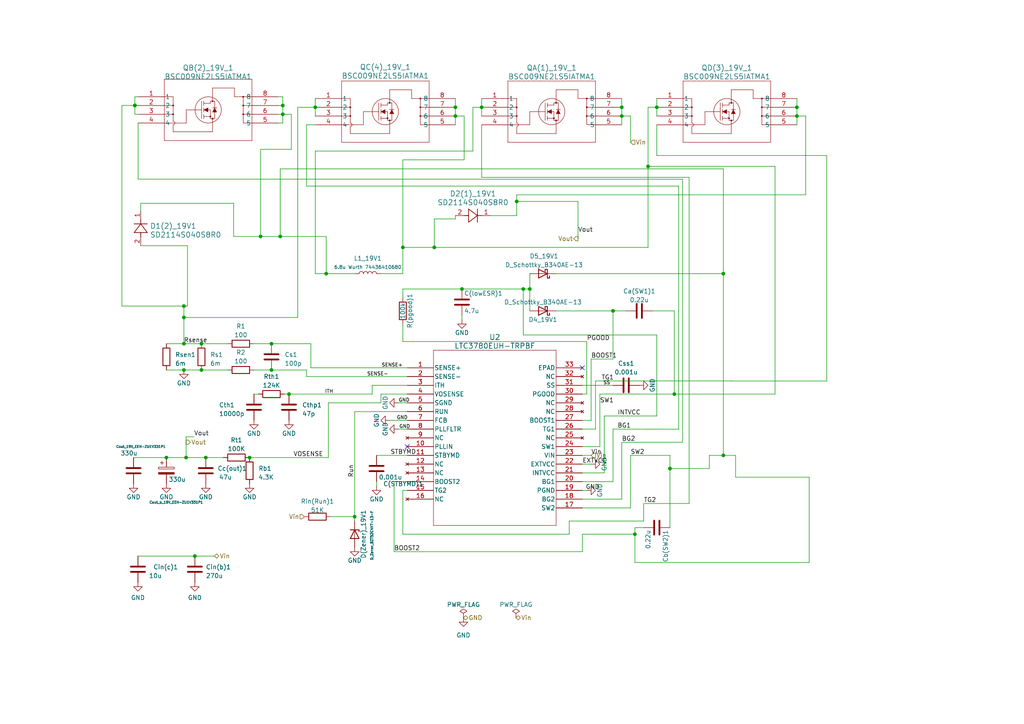
<source format=kicad_sch>
(kicad_sch (version 20230121) (generator eeschema)
  (paper "A4")
  (lib_symbols
    (symbol "2023-03-29_08-40-25:LTC3780EUH-TRPBF" (pin_names (offset 0.254))
      (property "Reference" "U" (at 25.4 10.16 0))
      (property "Value" "LTC3780EUH-TRPBF" (at 25.4 7.62 0))
      (symbol "LTC3780EUH-TRPBF_0_1"
        (polyline (pts (xy 7.62 -45.72) (xy 43.18 -45.72)) (stroke (width 0.127)))
        (polyline (pts (xy 7.62 5.08) (xy 7.62 -45.72)) (stroke (width 0.127)))
        (polyline (pts (xy 43.18 -45.72) (xy 43.18 5.08)) (stroke (width 0.127)))
        (polyline (pts (xy 43.18 5.08) (xy 7.62 5.08)) (stroke (width 0.127)))
        (pin input line (at 0 0 0) (length 7.62) (name "SENSE+") (number "1"))
        (pin input line (at 0 -22.86 0) (length 7.62) (name "PLLIN") (number "10"))
        (pin unspecified line (at 0 -25.4 0) (length 7.62) (name "STBYMD") (number "11"))
        (pin no_connect line (at 0 -27.94 0) (length 7.62) (name "NC") (number "12"))
        (pin no_connect line (at 0 -30.48 0) (length 7.62) (name "NC") (number "13"))
        (pin unspecified line (at 0 -33.02 0) (length 7.62) (name "BOOST2") (number "14"))
        (pin unspecified line (at 0 -35.56 0) (length 7.62) (name "TG2") (number "15"))
        (pin no_connect line (at 0 -38.1 0) (length 7.62) (name "NC") (number "16"))
        (pin unspecified line (at 50.8 -40.64 180) (length 7.62) (name "SW2") (number "17"))
        (pin unspecified line (at 50.8 -38.1 180) (length 7.62) (name "BG2") (number "18"))
        (pin power_in line (at 50.8 -35.56 180) (length 7.62) (name "PGND") (number "19"))
        (pin input line (at 0 -2.54 0) (length 7.62) (name "SENSE-") (number "2"))
        (pin unspecified line (at 50.8 -33.02 180) (length 7.62) (name "BG1") (number "20"))
        (pin output line (at 50.8 -30.48 180) (length 7.62) (name "INTVCC") (number "21"))
        (pin input line (at 50.8 -27.94 180) (length 7.62) (name "EXTVCC") (number "22"))
        (pin input line (at 50.8 -25.4 180) (length 7.62) (name "VIN") (number "23"))
        (pin unspecified line (at 50.8 -22.86 180) (length 7.62) (name "SW1") (number "24"))
        (pin no_connect line (at 50.8 -20.32 180) (length 7.62) (name "NC") (number "25"))
        (pin unspecified line (at 50.8 -17.78 180) (length 7.62) (name "TG1") (number "26"))
        (pin unspecified line (at 50.8 -15.24 180) (length 7.62) (name "BOOST1") (number "27"))
        (pin no_connect line (at 50.8 -12.7 180) (length 7.62) (name "NC") (number "28"))
        (pin no_connect line (at 50.8 -10.16 180) (length 7.62) (name "NC") (number "29"))
        (pin unspecified line (at 0 -5.08 0) (length 7.62) (name "ITH") (number "3"))
        (pin output line (at 50.8 -7.62 180) (length 7.62) (name "PGOOD") (number "30"))
        (pin input line (at 50.8 -5.08 180) (length 7.62) (name "SS") (number "31"))
        (pin no_connect line (at 50.8 -2.54 180) (length 7.62) (name "NC") (number "32"))
        (pin unspecified line (at 50.8 0 180) (length 7.62) (name "EPAD") (number "33"))
        (pin input line (at 0 -7.62 0) (length 7.62) (name "VOSENSE") (number "4"))
        (pin power_in line (at 0 -10.16 0) (length 7.62) (name "SGND") (number "5"))
        (pin input line (at 0 -12.7 0) (length 7.62) (name "RUN") (number "6"))
        (pin input line (at 0 -15.24 0) (length 7.62) (name "FCB") (number "7"))
        (pin unspecified line (at 0 -17.78 0) (length 7.62) (name "PLLFLTR") (number "8"))
        (pin no_connect line (at 0 -20.32 0) (length 7.62) (name "NC") (number "9"))
      )
    )
    (symbol "Device:C" (pin_numbers hide) (pin_names (offset 0.254))
      (property "Reference" "C" (at 0.635 2.54 0))
      (property "Value" "C" (at 0.635 -2.54 0))
      (symbol "C_0_1"
        (polyline (pts (xy -2.032 -0.762) (xy 2.032 -0.762)) (stroke (width 0.508)))
        (polyline (pts (xy -2.032 0.762) (xy 2.032 0.762)) (stroke (width 0.508)))
      )
      (symbol "C_1_1"
        (pin passive line (at 0 3.81 270) (length 2.794) (name "~") (number "1"))
        (pin passive line (at 0 -3.81 90) (length 2.794) (name "~") (number "2"))
      )
    )
    (symbol "Device:C_Polarized" (pin_numbers hide) (pin_names (offset 0.254))
      (property "Reference" "C" (at 0.635 2.54 0))
      (property "Value" "C_Polarized" (at 0.635 -2.54 0))
      (symbol "C_Polarized_0_1"
        (rectangle (start -2.286 0.508) (end 2.286 1.016))
        (polyline (pts (xy -1.778 2.286) (xy -0.762 2.286)))
        (polyline (pts (xy -1.27 2.794) (xy -1.27 1.778)))
        (rectangle (start 2.286 -0.508) (end -2.286 -1.016) (fill (type outline)))
      )
      (symbol "C_Polarized_1_1"
        (pin passive line (at 0 3.81 270) (length 2.794) (name "~") (number "1"))
        (pin passive line (at 0 -3.81 90) (length 2.794) (name "~") (number "2"))
      )
    )
    (symbol "Device:D_Schottky" (pin_numbers hide) (pin_names (offset 1.016) hide)
      (property "Reference" "D" (at 0 2.54 0))
      (property "Value" "D_Schottky" (at 0 -2.54 0))
      (symbol "D_Schottky_0_1"
        (polyline (pts (xy 1.27 0) (xy -1.27 0)))
        (polyline (pts (xy 1.27 1.27) (xy 1.27 -1.27) (xy -1.27 0) (xy 1.27 1.27)) (stroke (width 0.254)))
        (polyline (pts (xy -1.905 0.635) (xy -1.905 1.27) (xy -1.27 1.27) (xy -1.27 -1.27) (xy -0.635 -1.27) (xy -0.635 -0.635)) (stroke (width 0.254)))
      )
      (symbol "D_Schottky_1_1"
        (pin passive line (at -3.81 0 0) (length 2.54) (name "K") (number "1"))
        (pin passive line (at 3.81 0 180) (length 2.54) (name "A") (number "2"))
      )
    )
    (symbol "Device:D_Zener" (pin_numbers hide) (pin_names (offset 1.016) hide)
      (property "Reference" "D" (at 0 2.54 0))
      (property "Value" "D_Zener" (at 0 -2.54 0))
      (symbol "D_Zener_0_1"
        (polyline (pts (xy 1.27 0) (xy -1.27 0)))
        (polyline (pts (xy -1.27 -1.27) (xy -1.27 1.27) (xy -0.762 1.27)) (stroke (width 0.254)))
        (polyline (pts (xy 1.27 -1.27) (xy 1.27 1.27) (xy -1.27 0) (xy 1.27 -1.27)) (stroke (width 0.254)))
      )
      (symbol "D_Zener_1_1"
        (pin passive line (at -3.81 0 0) (length 2.54) (name "K") (number "1"))
        (pin passive line (at 3.81 0 180) (length 2.54) (name "A") (number "2"))
      )
    )
    (symbol "Device:L" (pin_numbers hide) (pin_names (offset 1.016) hide)
      (property "Reference" "L" (at -1.27 0 90))
      (property "Value" "L" (at 1.905 0 90))
      (symbol "L_0_1"
        (arc (start 0 -2.54) (mid 0.6323 -1.905) (end 0 -1.27))
        (arc (start 0 -1.27) (mid 0.6323 -0.635) (end 0 0))
        (arc (start 0 0) (mid 0.6323 0.635) (end 0 1.27))
        (arc (start 0 1.27) (mid 0.6323 1.905) (end 0 2.54))
      )
      (symbol "L_1_1"
        (pin passive line (at 0 3.81 270) (length 1.27) (name "1") (number "1"))
        (pin passive line (at 0 -3.81 90) (length 1.27) (name "2") (number "2"))
      )
    )
    (symbol "Device:R" (pin_numbers hide) (pin_names (offset 0))
      (property "Reference" "R" (at 2.032 0 90))
      (property "Value" "R" (at 0 0 90))
      (symbol "R_0_1"
        (rectangle (start -1.016 -2.54) (end 1.016 2.54) (stroke (width 0.254)))
      )
      (symbol "R_1_1"
        (pin passive line (at 0 3.81 270) (length 1.27) (name "~") (number "1"))
        (pin passive line (at 0 -3.81 90) (length 1.27) (name "~") (number "2"))
      )
    )
    (symbol "Mechatronics NMOS:BSC009NE2LS5IATMA1" (pin_names (offset 0.254))
      (property "Reference" "MOSFET" (at 20.32 10.16 0))
      (property "Value" "BSC009NE2LS5IATMA1" (at 20.32 7.62 0))
      (symbol "BSC009NE2LS5IATMA1_0_1"
        (polyline (pts (xy 7.62 -12.7) (xy 33.02 -12.7)) (stroke (width 0.127)))
        (polyline (pts (xy 7.62 -7.62) (xy 13.97 -7.62)) (stroke (width 0.127)))
        (polyline (pts (xy 7.62 -5.08) (xy 10.16 -5.08)) (stroke (width 0.127)))
        (polyline (pts (xy 7.62 -2.54) (xy 10.16 -2.54)) (stroke (width 0.127)))
        (polyline (pts (xy 7.62 0) (xy 10.16 0)) (stroke (width 0.127)))
        (polyline (pts (xy 7.62 5.08) (xy 7.62 -12.7)) (stroke (width 0.127)))
        (polyline (pts (xy 10.16 -10.16) (xy 21.59 -10.16)) (stroke (width 0.127)))
        (polyline (pts (xy 10.16 -8.128) (xy 10.16 -10.16)) (stroke (width 0.127)))
        (polyline (pts (xy 10.16 0) (xy 10.16 -7.112)) (stroke (width 0.127)))
        (polyline (pts (xy 13.97 -7.62) (xy 13.97 -3.81)) (stroke (width 0.127)))
        (polyline (pts (xy 13.97 -3.81) (xy 18.415 -3.81)) (stroke (width 0.127)))
        (polyline (pts (xy 18.415 -6.35) (xy 18.415 -1.27)) (stroke (width 0.127)))
        (polyline (pts (xy 19.05 -6.35) (xy 19.05 -5.08)) (stroke (width 0.127)))
        (polyline (pts (xy 19.05 -5.715) (xy 20.955 -5.715)) (stroke (width 0.127)))
        (polyline (pts (xy 19.05 -4.445) (xy 19.05 -3.175)) (stroke (width 0.127)))
        (polyline (pts (xy 19.05 -2.54) (xy 19.05 -1.27)) (stroke (width 0.127)))
        (polyline (pts (xy 19.05 -1.905) (xy 20.955 -1.905)) (stroke (width 0.127)))
        (polyline (pts (xy 20.32 -3.81) (xy 20.955 -3.81)) (stroke (width 0.127)))
        (polyline (pts (xy 20.955 -6.35) (xy 20.955 -3.81)) (stroke (width 0.127)))
        (polyline (pts (xy 20.955 -6.35) (xy 22.225 -6.35)) (stroke (width 0.127)))
        (polyline (pts (xy 20.955 -1.905) (xy 20.955 -1.27)) (stroke (width 0.127)))
        (polyline (pts (xy 20.955 -1.27) (xy 22.225 -1.27)) (stroke (width 0.127)))
        (polyline (pts (xy 21.59 -10.16) (xy 21.59 -6.35)) (stroke (width 0.127)))
        (polyline (pts (xy 21.59 2.54) (xy 21.59 -1.27)) (stroke (width 0.127)))
        (polyline (pts (xy 22.225 -6.35) (xy 22.225 -4.445)) (stroke (width 0.127)))
        (polyline (pts (xy 22.225 -3.175) (xy 22.225 -1.27)) (stroke (width 0.127)))
        (polyline (pts (xy 22.86 -3.175) (xy 21.59 -3.175)) (stroke (width 0.127)))
        (polyline (pts (xy 27.94 0) (xy 27.94 2.54)) (stroke (width 0.127)))
        (polyline (pts (xy 27.94 2.54) (xy 21.59 2.54)) (stroke (width 0.127)))
        (polyline (pts (xy 30.48 -7.62) (xy 30.48 0)) (stroke (width 0.127)))
        (polyline (pts (xy 33.02 -12.7) (xy 33.02 5.08)) (stroke (width 0.127)))
        (polyline (pts (xy 33.02 -7.62) (xy 30.48 -7.62)) (stroke (width 0.127)))
        (polyline (pts (xy 33.02 -5.08) (xy 30.48 -5.08)) (stroke (width 0.127)))
        (polyline (pts (xy 33.02 -2.54) (xy 30.48 -2.54)) (stroke (width 0.127)))
        (polyline (pts (xy 33.02 0) (xy 27.94 0)) (stroke (width 0.127)))
        (polyline (pts (xy 33.02 5.08) (xy 7.62 5.08)) (stroke (width 0.127)))
        (polyline (pts (xy 20.32 -3.175) (xy 19.05 -3.81) (xy 20.32 -4.445)) (stroke (width 0.0254)) (fill (type outline)))
        (polyline (pts (xy 22.86 -4.445) (xy 21.59 -4.445) (xy 22.225 -3.175)) (stroke (width 0.0254)) (fill (type outline)))
        (arc (start 10.16 -8.128) (mid 10.6658 -7.62) (end 10.16 -7.112) (stroke (width 0.127)))
        (circle (center 10.16 -5.08) (radius 0.127) (stroke (width 0.254)))
        (circle (center 10.16 -2.54) (radius 0.127) (stroke (width 0.254)))
        (circle (center 20.32 -3.81) (radius 3.81) (stroke (width 0.127)))
        (circle (center 20.955 -5.715) (radius 0.127) (stroke (width 0.254)))
        (circle (center 21.59 -6.35) (radius 0.127) (stroke (width 0.254)))
        (circle (center 21.59 -1.27) (radius 0.127) (stroke (width 0.254)))
        (circle (center 30.48 -5.08) (radius 0.127) (stroke (width 0.254)))
        (circle (center 30.48 -2.54) (radius 0.127) (stroke (width 0.254)))
        (circle (center 30.48 0) (radius 0.127) (stroke (width 0.254)))
        (pin unspecified line (at 0 0 0) (length 7.62) (name "1") (number "1"))
        (pin unspecified line (at 0 -2.54 0) (length 7.62) (name "2") (number "2"))
        (pin unspecified line (at 0 -5.08 0) (length 7.62) (name "3") (number "3"))
        (pin unspecified line (at 0 -7.62 0) (length 7.62) (name "4") (number "4"))
        (pin unspecified line (at 40.64 -7.62 180) (length 7.62) (name "5") (number "5"))
        (pin unspecified line (at 40.64 -5.08 180) (length 7.62) (name "6") (number "6"))
        (pin unspecified line (at 40.64 -2.54 180) (length 7.62) (name "7") (number "7"))
        (pin unspecified line (at 40.64 0 180) (length 7.62) (name "8") (number "8"))
      )
    )
    (symbol "Mechatronics Sdiode:SD2114S040S8R0" (pin_names (offset 0.254))
      (property "Reference" "CR" (at 5.08 4.445 0))
      (property "Value" "SD2114S040S8R0" (at 5.08 -3.81 0))
      (symbol "SD2114S040S8R0_1_1"
        (polyline (pts (xy 2.54 0) (xy 3.4798 0)) (stroke (width 0.2032)))
        (polyline (pts (xy 3.175 0) (xy 3.81 0)) (stroke (width 0.2032)))
        (polyline (pts (xy 3.81 -1.905) (xy 6.35 0)) (stroke (width 0.2032)))
        (polyline (pts (xy 3.81 1.905) (xy 3.81 -1.905)) (stroke (width 0.2032)))
        (polyline (pts (xy 6.35 -1.905) (xy 6.35 1.905)) (stroke (width 0.2032)))
        (polyline (pts (xy 6.35 0) (xy 3.81 1.905)) (stroke (width 0.2032)))
        (polyline (pts (xy 6.35 0) (xy 7.62 0)) (stroke (width 0.2032)))
        (pin unspecified line (at 10.16 0 180) (length 2.54) (name "") (number "1"))
        (pin unspecified line (at 0 0 0) (length 2.54) (name "") (number "2"))
      )
      (symbol "SD2114S040S8R0_1_2"
        (polyline (pts (xy -1.905 3.81) (xy 1.905 3.81)) (stroke (width 0.2032)))
        (polyline (pts (xy 0 2.54) (xy 0 3.4798)) (stroke (width 0.2032)))
        (polyline (pts (xy 0 3.175) (xy 0 3.81)) (stroke (width 0.2032)))
        (polyline (pts (xy 0 6.35) (xy -1.905 3.81)) (stroke (width 0.2032)))
        (polyline (pts (xy 0 6.35) (xy 0 7.62)) (stroke (width 0.2032)))
        (polyline (pts (xy 1.905 3.81) (xy 0 6.35)) (stroke (width 0.2032)))
        (polyline (pts (xy 1.905 6.35) (xy -1.905 6.35)) (stroke (width 0.2032)))
        (pin unspecified line (at 0 10.16 270) (length 2.54) (name "") (number "1"))
        (pin unspecified line (at 0 0 90) (length 2.54) (name "") (number "2"))
      )
    )
    (symbol "power:GND" (power) (pin_names (offset 0))
      (property "Value" "GND" (at 0 -3.81 0))
      (symbol "GND_0_1"
        (polyline (pts (xy 0 0) (xy 0 -1.27) (xy 1.27 -1.27) (xy 0 -2.54) (xy -1.27 -1.27) (xy 0 -1.27)))
      )
      (symbol "GND_1_1"
        (pin power_in line (at 0 0 270) (length 0) hide (name "GND") (number "1"))
      )
    )
    (symbol "power:PWR_FLAG" (power) (pin_numbers hide) (pin_names (offset 0) hide)
      (property "Value" "PWR_FLAG" (at 0 3.81 0))
      (symbol "PWR_FLAG_0_0"
        (pin power_out line (at 0 0 90) (length 0) (name "pwr") (number "1"))
      )
      (symbol "PWR_FLAG_0_1"
        (polyline (pts (xy 0 0) (xy 0 1.27) (xy -1.016 1.905) (xy 0 2.54) (xy 1.016 1.905) (xy 0 1.27)))
      )
    )
  )
  (junction (at 209.806 79.375))
  (junction (at 53.34 92.075))
  (junction (at 39.116 30.607))
  (junction (at 139.7 31.115))
  (junction (at 58.42 107.315))
  (junction (at 53.34 107.315))
  (junction (at 195.58 114.3))
  (junction (at 133.985 83.82))
  (junction (at 78.74 99.695))
  (junction (at 132.08 31.115))
  (junction (at 151.765 83.82))
  (junction (at 190.5 31.115))
  (junction (at 75.565 68.58))
  (junction (at 194.31 135.89))
  (junction (at 231.14 33.655))
  (junction (at 116.84 71.755))
  (junction (at 48.26 132.715))
  (junction (at 177.8 90.17))
  (junction (at 149.86 58.42))
  (junction (at 125.9712 71.755))
  (junction (at 102.87 149.86))
  (junction (at 184.15 154.94))
  (junction (at 59.69 132.715))
  (junction (at 81.28 68.58))
  (junction (at 39.116 30.5816))
  (junction (at 53.975 132.715))
  (junction (at 82.0166 33.147))
  (junction (at 187.96 48.26))
  (junction (at 94.615 79.375))
  (junction (at 180.34 31.115))
  (junction (at 180.34 33.655))
  (junction (at 82.0166 30.607))
  (junction (at 78.74 107.315))
  (junction (at 153.67 83.82))
  (junction (at 91.44 31.115))
  (junction (at 58.42 99.695))
  (junction (at 209.806 132.08))
  (junction (at 231.14 31.115))
  (junction (at 53.34 88.773))
  (junction (at 72.39 132.715))
  (junction (at 53.34 99.695))
  (junction (at 56.515 161.29))
  (junction (at 132.08 33.655))
  (junction (at 83.82 114.3))
  (no_connect (at 118.11 129.54))
  (no_connect (at 168.91 106.68))
  (wire (pts (xy 186.69 146.05) (xy 186.69 151.13)))
  (wire (pts (xy 53.34 92.075) (xy 53.34 99.695)))
  (wire (pts (xy 82.0166 28.067) (xy 82.0166 30.607)))
  (wire (pts (xy 212.09 110.5056) (xy 212.09 110.49)))
  (wire (pts (xy 137.16 31.115) (xy 137.16 43.815)))
  (wire (pts (xy 88.9 36.195) (xy 88.9 53.975)))
  (wire (pts (xy 180.34 33.655) (xy 182.88 33.655)))
  (wire (pts (xy 172.72 139.7) (xy 168.91 139.7)))
  (wire (pts (xy 173.99 114.3) (xy 175.8696 114.3)))
  (wire (pts (xy 67.7672 58.9534) (xy 67.7672 68.58)))
  (wire (pts (xy 39.116 30.607) (xy 40.0558 30.607)))
  (wire (pts (xy 73.66 114.3) (xy 74.93 114.3)))
  (wire (pts (xy 172.72 124.46) (xy 168.91 124.46)))
  (wire (pts (xy 239.7919 110.5056) (xy 212.09 110.5056)))
  (wire (pts (xy 107.95 111.76) (xy 118.11 111.76)))
  (wire (pts (xy 113.03 121.92) (xy 115.0366 121.8946)))
  (wire (pts (xy 195.58 90.17) (xy 189.23 90.17)))
  (wire (pts (xy 82.0166 33.147) (xy 84.5058 33.147)))
  (wire (pts (xy 40.0558 51.9684) (xy 197.993 51.9684)))
  (wire (pts (xy 114.3 160.02) (xy 168.91 160.02)))
  (wire (pts (xy 187.96 48.26) (xy 187.96 71.755)))
  (wire (pts (xy 95.25 116.84) (xy 110.49 116.84)))
  (wire (pts (xy 175.8696 114.2746) (xy 185.42 114.3)))
  (wire (pts (xy 170.18 142.24) (xy 168.91 142.24)))
  (wire (pts (xy 81.28 68.58) (xy 94.615 68.58)))
  (wire (pts (xy 40.8178 71.2724) (xy 54.3814 71.2724)))
  (wire (pts (xy 199.8726 146.0246) (xy 186.69 146.05)))
  (wire (pts (xy 134.62 46.355) (xy 116.84 46.355)))
  (wire (pts (xy 184.15 154.94) (xy 184.15 153.035)))
  (wire (pts (xy 75.565 43.307) (xy 75.565 68.58)))
  (wire (pts (xy 132.08 63.5) (xy 132.08 62.5348)))
  (wire (pts (xy 94.615 79.375) (xy 102.87 79.375)))
  (wire (pts (xy 116.84 154.94) (xy 116.84 142.24)))
  (wire (pts (xy 182.88 147.32) (xy 168.91 147.32)))
  (wire (pts (xy 177.8 111.76) (xy 168.91 111.76)))
  (wire (pts (xy 190.5 31.115) (xy 187.96 31.115)))
  (wire (pts (xy 53.34 92.075) (xy 86.36 92.075)))
  (wire (pts (xy 184.15 154.94) (xy 168.91 154.94)))
  (wire (pts (xy 132.08 62.5348) (xy 132.1054 62.5348)))
  (wire (pts (xy 91.44 79.375) (xy 94.615 79.375)))
  (wire (pts (xy 172.72 139.7254) (xy 172.72 139.7)))
  (wire (pts (xy 172.72 110.49) (xy 172.72 124.46)))
  (wire (pts (xy 90.17 106.68) (xy 118.11 106.68)))
  (wire (pts (xy 82.0166 30.607) (xy 82.0166 33.147)))
  (wire (pts (xy 234.6942 138.4026) (xy 234.6942 163.1421)))
  (wire (pts (xy 53.34 88.773) (xy 53.34 92.075)))
  (wire (pts (xy 139.7 31.115) (xy 139.7 33.655)))
  (wire (pts (xy 209.806 132.08) (xy 213.36 132.08)))
  (wire (pts (xy 48.26 132.715) (xy 53.975 132.715)))
  (wire (pts (xy 40.0558 35.687) (xy 40.0558 51.9684)))
  (wire (pts (xy 168.91 154.94) (xy 168.91 160.02)))
  (wire (pts (xy 190.5 45.1006) (xy 239.7919 45.1006)))
  (wire (pts (xy 180.34 28.575) (xy 180.34 31.115)))
  (wire (pts (xy 190.5 28.575) (xy 190.5 31.115)))
  (wire (pts (xy 73.66 99.695) (xy 78.74 99.695)))
  (wire (pts (xy 107.95 119.4054) (xy 107.95 119.38)))
  (wire (pts (xy 53.975 132.715) (xy 59.69 132.715)))
  (wire (pts (xy 168.91 134.62) (xy 171.45 134.62)))
  (wire (pts (xy 116.84 83.82) (xy 133.985 83.82)))
  (wire (pts (xy 139.7 51.435) (xy 199.8726 51.435)))
  (wire (pts (xy 91.44 31.115) (xy 91.44 33.655)))
  (wire (pts (xy 182.88 132.08) (xy 194.31 132.08)))
  (wire (pts (xy 107.95 119.38) (xy 118.11 119.38)))
  (wire (pts (xy 80.6958 30.607) (xy 82.0166 30.607)))
  (wire (pts (xy 116.84 79.375) (xy 116.84 71.755)))
  (wire (pts (xy 95.885 149.86) (xy 102.87 149.86)))
  (wire (pts (xy 64.77 132.715) (xy 59.69 132.715)))
  (wire (pts (xy 35.3568 88.773) (xy 53.34 88.773)))
  (wire (pts (xy 88.9 109.22) (xy 88.9 107.315)))
  (wire (pts (xy 196.85 53.975) (xy 196.85 124.4854)))
  (wire (pts (xy 194.31 135.89) (xy 205.74 135.89)))
  (wire (pts (xy 197.993 51.9684) (xy 197.993 128.27)))
  (wire (pts (xy 40.8178 58.9534) (xy 40.8178 61.1124)))
  (wire (pts (xy 78.74 107.315) (xy 88.9 107.315)))
  (wire (pts (xy 35.3568 88.773) (xy 35.3568 30.5816)))
  (wire (pts (xy 175.8696 114.3) (xy 175.8696 114.2746)))
  (wire (pts (xy 177.8 104.14) (xy 171.45 104.14)))
  (wire (pts (xy 137.16 43.815) (xy 91.44 43.815)))
  (wire (pts (xy 194.31 135.89) (xy 194.31 153.035)))
  (wire (pts (xy 115.57 116.84) (xy 118.11 116.84)))
  (wire (pts (xy 195.58 90.17) (xy 195.58 114.3)))
  (wire (pts (xy 180.34 128.27) (xy 197.993 128.27)))
  (wire (pts (xy 209.806 132.08) (xy 205.74 132.08)))
  (wire (pts (xy 109.22 132.08) (xy 118.11 132.08)))
  (wire (pts (xy 180.34 33.655) (xy 180.34 36.195)))
  (wire (pts (xy 180.34 128.27) (xy 180.34 144.78)))
  (wire (pts (xy 91.44 31.115) (xy 86.36 31.115)))
  (wire (pts (xy 239.7919 45.1006) (xy 239.7919 110.5056)))
  (wire (pts (xy 56.515 161.29) (xy 62.23 161.29)))
  (wire (pts (xy 134.62 33.655) (xy 134.62 46.355)))
  (wire (pts (xy 91.44 43.815) (xy 91.44 79.375)))
  (wire (pts (xy 149.86 58.42) (xy 149.86 62.5348)))
  (wire (pts (xy 84.5058 43.307) (xy 75.565 43.307)))
  (wire (pts (xy 102.87 119.4054) (xy 102.87 149.86)))
  (wire (pts (xy 167.64 58.42) (xy 167.64 69.215)))
  (wire (pts (xy 186.69 153.035) (xy 184.15 153.035)))
  (wire (pts (xy 184.15 163.1421) (xy 184.15 154.94)))
  (wire (pts (xy 233.68 56.515) (xy 233.68 33.655)))
  (wire (pts (xy 39.116 28.067) (xy 39.116 30.5816)))
  (wire (pts (xy 171.45 121.92) (xy 168.91 121.92)))
  (wire (pts (xy 38.735 132.715) (xy 48.26 132.715)))
  (wire (pts (xy 149.86 56.515) (xy 149.86 58.42)))
  (wire (pts (xy 125.9712 63.5) (xy 132.08 63.5)))
  (wire (pts (xy 116.84 71.755) (xy 125.9712 71.755)))
  (wire (pts (xy 171.45 132.08) (xy 168.91 132.08)))
  (wire (pts (xy 196.85 124.4854) (xy 177.8 124.46)))
  (wire (pts (xy 181.61 90.17) (xy 177.8 90.17)))
  (wire (pts (xy 90.17 99.695) (xy 90.17 106.68)))
  (wire (pts (xy 67.7672 68.58) (xy 75.565 68.58)))
  (wire (pts (xy 173.99 129.54) (xy 168.91 129.54)))
  (wire (pts (xy 133.985 92.71) (xy 133.985 91.44)))
  (wire (pts (xy 190.5 97.155) (xy 151.765 97.155)))
  (wire (pts (xy 73.66 107.315) (xy 78.74 107.315)))
  (wire (pts (xy 149.86 58.42) (xy 167.64 58.42)))
  (wire (pts (xy 196.85 53.975) (xy 88.9 53.975)))
  (wire (pts (xy 48.26 107.315) (xy 53.34 107.315)))
  (wire (pts (xy 116.84 86.36) (xy 116.84 83.82)))
  (wire (pts (xy 151.765 83.82) (xy 151.765 97.155)))
  (wire (pts (xy 190.5 120.65) (xy 175.26 120.65)))
  (wire (pts (xy 80.6958 33.147) (xy 82.0166 33.147)))
  (wire (pts (xy 153.67 83.82) (xy 153.67 90.17)))
  (wire (pts (xy 184.15 163.1421) (xy 234.6942 163.1421)))
  (wire (pts (xy 175.26 120.65) (xy 175.26 137.16)))
  (wire (pts (xy 209.806 79.375) (xy 209.806 132.08)))
  (wire (pts (xy 132.08 28.575) (xy 132.08 31.115)))
  (wire (pts (xy 107.95 114.3) (xy 107.95 111.76)))
  (wire (pts (xy 110.49 79.375) (xy 116.84 79.375)))
  (wire (pts (xy 40.0558 33.147) (xy 39.116 33.147)))
  (wire (pts (xy 231.14 31.115) (xy 231.14 33.655)))
  (wire (pts (xy 190.5 31.115) (xy 190.5 33.655)))
  (wire (pts (xy 58.42 99.695) (xy 66.04 99.695)))
  (wire (pts (xy 109.22 140.97) (xy 109.22 139.7)))
  (wire (pts (xy 186.69 151.13) (xy 165.1 151.13)))
  (wire (pts (xy 81.28 68.58) (xy 81.28 48.9753)))
  (wire (pts (xy 231.14 33.655) (xy 231.14 36.195)))
  (wire (pts (xy 83.82 114.3) (xy 107.95 114.3)))
  (wire (pts (xy 233.68 33.655) (xy 231.14 33.655)))
  (wire (pts (xy 177.8 124.46) (xy 177.8 139.7254)))
  (wire (pts (xy 187.96 31.115) (xy 187.96 48.26)))
  (wire (pts (xy 58.42 107.315) (xy 66.04 107.315)))
  (wire (pts (xy 40.8178 58.9534) (xy 67.7672 58.9534)))
  (wire (pts (xy 72.39 132.715) (xy 95.25 132.715)))
  (wire (pts (xy 132.08 31.115) (xy 132.08 33.655)))
  (wire (pts (xy 149.86 56.515) (xy 233.68 56.515)))
  (wire (pts (xy 91.44 36.195) (xy 88.9 36.195)))
  (wire (pts (xy 88.9 109.22) (xy 118.11 109.22)))
  (wire (pts (xy 180.34 144.78) (xy 168.91 144.78)))
  (wire (pts (xy 114.3 139.7) (xy 118.11 139.7)))
  (wire (pts (xy 153.67 79.375) (xy 153.67 83.82)))
  (wire (pts (xy 165.1 154.94) (xy 116.84 154.94)))
  (wire (pts (xy 48.26 99.695) (xy 53.34 99.695)))
  (wire (pts (xy 125.9712 71.755) (xy 187.96 71.755)))
  (wire (pts (xy 94.615 79.375) (xy 94.615 68.58)))
  (wire (pts (xy 139.7 28.575) (xy 139.7 31.115)))
  (wire (pts (xy 195.58 114.3) (xy 224.79 114.3)))
  (wire (pts (xy 75.565 68.58) (xy 81.28 68.58)))
  (wire (pts (xy 224.79 48.26) (xy 224.79 114.3)))
  (wire (pts (xy 39.116 33.147) (xy 39.116 30.607)))
  (wire (pts (xy 161.29 90.17) (xy 177.8 90.17)))
  (wire (pts (xy 187.96 48.26) (xy 224.79 48.26)))
  (wire (pts (xy 173.99 114.3) (xy 173.99 129.54)))
  (wire (pts (xy 151.765 83.82) (xy 153.67 83.82)))
  (wire (pts (xy 53.975 126.6952) (xy 53.975 132.715)))
  (wire (pts (xy 116.84 46.355) (xy 116.84 71.755)))
  (wire (pts (xy 161.29 79.375) (xy 209.806 79.375)))
  (wire (pts (xy 180.34 31.115) (xy 180.34 33.655)))
  (wire (pts (xy 231.14 28.575) (xy 231.14 31.115)))
  (wire (pts (xy 177.8 139.7254) (xy 172.72 139.7254)))
  (wire (pts (xy 86.36 31.115) (xy 86.36 92.075)))
  (wire (pts (xy 142.2654 62.5348) (xy 149.86 62.5348)))
  (wire (pts (xy 205.74 132.08) (xy 205.74 135.89)))
  (wire (pts (xy 175.26 137.16) (xy 168.91 137.16)))
  (wire (pts (xy 212.09 110.49) (xy 172.72 110.49)))
  (wire (pts (xy 132.08 33.655) (xy 134.62 33.655)))
  (wire (pts (xy 114.3 139.7) (xy 114.3 160.02)))
  (wire (pts (xy 170.18 114.3) (xy 168.91 114.3)))
  (wire (pts (xy 185.42 114.3) (xy 195.58 114.3)))
  (wire (pts (xy 81.28 48.9753) (xy 209.806 48.9753)))
  (wire (pts (xy 165.1 151.13) (xy 165.1 154.94)))
  (wire (pts (xy 35.3568 30.5816) (xy 39.116 30.5816)))
  (wire (pts (xy 234.6942 138.4026) (xy 213.36 138.4026)))
  (wire (pts (xy 54.3814 71.2724) (xy 54.3814 88.773)))
  (wire (pts (xy 139.7 36.195) (xy 139.7 51.435)))
  (wire (pts (xy 95.25 116.84) (xy 95.25 132.715)))
  (wire (pts (xy 199.8726 51.435) (xy 199.8726 146.0246)))
  (wire (pts (xy 40.005 161.29) (xy 56.515 161.29)))
  (wire (pts (xy 53.34 107.315) (xy 58.42 107.315)))
  (wire (pts (xy 209.806 48.9753) (xy 209.806 79.375)))
  (wire (pts (xy 84.5058 33.147) (xy 84.5058 43.307)))
  (wire (pts (xy 82.55 114.3) (xy 83.82 114.3)))
  (wire (pts (xy 115.57 124.46) (xy 118.11 124.46)))
  (wire (pts (xy 132.08 33.655) (xy 132.08 36.195)))
  (wire (pts (xy 91.44 28.575) (xy 91.44 31.115)))
  (wire (pts (xy 171.45 104.14) (xy 171.45 121.92)))
  (wire (pts (xy 190.5 36.195) (xy 190.5 45.1006)))
  (wire (pts (xy 182.88 33.655) (xy 182.88 41.275)))
  (wire (pts (xy 53.34 99.695) (xy 58.42 99.695)))
  (wire (pts (xy 170.18 99.06) (xy 170.18 114.3)))
  (wire (pts (xy 82.0166 35.687) (xy 80.6958 35.687)))
  (wire (pts (xy 115.0366 121.8946) (xy 118.11 121.92)))
  (wire (pts (xy 116.84 93.98) (xy 116.84 99.06)))
  (wire (pts (xy 102.87 149.86) (xy 102.87 151.13)))
  (wire (pts (xy 177.8 90.17) (xy 177.8 104.14)))
  (wire (pts (xy 139.7 31.115) (xy 137.16 31.115)))
  (wire (pts (xy 125.9712 71.755) (xy 125.9712 63.5)))
  (wire (pts (xy 213.36 132.08) (xy 213.36 138.4026)))
  (wire (pts (xy 116.84 142.24) (xy 118.11 142.24)))
  (wire (pts (xy 110.49 116.84) (xy 110.49 114.3)))
  (wire (pts (xy 54.3814 88.773) (xy 53.34 88.773)))
  (wire (pts (xy 194.31 135.89) (xy 194.31 132.08)))
  (wire (pts (xy 56.261 126.6952) (xy 53.975 126.6952)))
  (wire (pts (xy 190.5 120.65) (xy 190.5 97.155)))
  (wire (pts (xy 80.6958 28.067) (xy 82.0166 28.067)))
  (wire (pts (xy 82.0166 33.147) (xy 82.0166 35.687)))
  (wire (pts (xy 182.88 132.08) (xy 182.88 147.32)))
  (wire (pts (xy 78.74 99.695) (xy 90.17 99.695)))
  (wire (pts (xy 40.0558 28.067) (xy 39.116 28.067)))
  (wire (pts (xy 116.84 99.06) (xy 170.18 99.06)))
  (wire (pts (xy 39.116 30.5816) (xy 39.116 30.607)))
  (wire (pts (xy 110.49 114.3) (xy 118.11 114.3)))
  (wire (pts (xy 102.87 119.4054) (xy 107.95 119.4054)))
  (wire (pts (xy 133.985 83.82) (xy 151.765 83.82)))
  (label "SW1" (at 173.99 117.1183 0))
  (label "ITH" (at 94.2086 114.3 0) (effects (font (size 1 1))))
  (label "BOOST2" (at 114.3 160.02 0))
  (label "Rsense" (at 53.3146 99.695 0))
  (label "EXTVCC" (at 168.91 134.62 0))
  (label "SENSE+" (at 110.6424 106.68 0) (effects (font (size 1 1))))
  (label "SW2" (at 182.88 132.08 0))
  (label "Run" (at 102.87 138.43 90))
  (label "STBYMD" (at 113.2332 132.08 0))
  (label "SS" (at 177.038 111.76 180) (effects (font (size 1 1))))
  (label "Vout" (at 167.64 67.6402 0))
  (label "TG1" (at 174.4218 110.49 0))
  (label "PGOOD" (at 170.18 99.06 0))
  (label "VOSENSE" (at 85.0829 132.715 0))
  (label "GND" (at 169.8498 142.24 0))
  (label "INTVCC" (at 179.0954 120.65 0))
  (label "GND" (at 115.57 116.84 0) (effects (font (size 1 1))))
  (label "TG2" (at 186.69 146.05 0))
  (label "Vout" (at 56.261 126.6952 0))
  (label "BG1" (at 179.07 124.4617 0))
  (label "SENSE-" (at 106.426 109.22 0) (effects (font (size 1 1))))
  (label "BOOST1" (at 171.45 104.14 0))
  (label "Vin" (at 171.45 132.08 0))
  (label "GND" (at 115.0366 121.8946 0) (effects (font (size 1 1))))
  (label "BG2" (at 180.34 128.27 0))
  (label "GND" (at 115.7478 124.46 0) (effects (font (size 1 1))))
  (hierarchical_label "Vin" (shape bidirectional) (at 62.23 161.29 0))
  (hierarchical_label "Vout" (shape output) (at 53.975 128.27 0))
  (hierarchical_label "Vin" (shape bidirectional) (at 149.6568 179.1716 0))
  (hierarchical_label "Vin" (shape input) (at 182.88 41.275 0))
  (hierarchical_label "Vin" (shape input) (at 171.45 132.08 0))
  (hierarchical_label "Vin" (shape input) (at 88.265 149.86 180))
  (hierarchical_label "Vout" (shape output) (at 167.64 69.215 180))
  (hierarchical_label "GND" (shape bidirectional) (at 134.4168 179.1716 0))
  (symbol (lib_id "Device:R") (at 72.39 136.525 0) (unit 1)
    (property "Reference" "Rb1" (at 74.93 135.89 0) (effects (justify left)))
    (property "Value" "4.3K" (at 74.93 138.43 0) (effects (justify left)))
    (property "Footprint" "Resistor_SMD:R_1206_3216Metric" (effects hide))
  )
  (symbol (lib_id "Device:C") (at 181.61 111.76 270) (mirror x) (unit 1)
    (property "Reference" "Css1" (at 181.61 105.41 90))
    (property "Value" "0.001u" (at 181.61 107.95 90))
    (property "Footprint" "Capacitor_SMD:C_1206_3216Metric" (effects hide))
  )
  (symbol (lib_id "Device:R") (at 68.58 132.715 90) (unit 1)
    (property "Reference" "Rt1" (at 68.58 127.635 90))
    (property "Value" "100K" (at 68.58 130.175 90))
    (property "Footprint" "Resistor_SMD:R_1206_3216Metric" (effects hide))
  )
  (symbol (lib_id "Device:R") (at 92.075 149.86 90) (unit 1)
    (property "Reference" "Rin(Run)1" (at 92.075 145.415 90))
    (property "Value" "51K" (at 92.075 147.955 90))
    (property "Footprint" "Resistor_SMD:R_1206_3216Metric" (effects hide))
  )
  (symbol (lib_id "power:GND") (at 72.39 140.335 0) (unit 1)
    (property "Reference" "#PWR07" (effects hide))
    (property "Value" "GND" (at 72.39 144.145 0))
  )
  (symbol (lib_id "power:GND") (at 40.005 168.91 0) (unit 1)
    (property "Reference" "#PWR02" (effects hide))
    (property "Value" "GND" (at 40.005 173.355 0))
  )
  (symbol (lib_id "Device:C") (at 109.22 135.89 0) (unit 1)
    (property "Reference" "C(STBYMD)1" (at 111.125 140.335 0) (effects (justify left)))
    (property "Value" "0.001u" (at 109.855 138.43 0) (effects (justify left)))
    (property "Footprint" "Capacitor_SMD:C_1206_3216Metric" (effects hide))
  )
  (symbol (lib_id "power:GND") (at 113.03 121.92 270) (unit 1)
    (property "Reference" "#PWR012" (effects hide))
    (property "Value" "GND" (at 109.22 121.92 0))
  )
  (symbol (lib_id "power:GND") (at 38.735 140.335 0) (unit 1)
    (property "Reference" "#PWR01" (effects hide))
    (property "Value" "GND" (at 38.735 144.145 0))
  )
  (symbol (lib_id "Device:C") (at 73.66 118.11 0) (unit 1)
    (property "Reference" "Cth1" (at 63.5 117.475 0) (effects (justify left)))
    (property "Value" "10000p" (at 63.5 120.015 0) (effects (justify left)))
    (property "Footprint" "Capacitor_SMD:C_1206_3216Metric" (effects hide))
  )
  (symbol (lib_id "Device:C") (at 133.985 87.63 0) (unit 1)
    (property "Reference" "C(lowESR)1" (at 134.62 85.09 0) (effects (justify left)))
    (property "Value" "4.7u" (at 134.62 90.17 0) (effects (justify left)))
    (property "Footprint" "CAPMP7.6X4.3_3.1N_KEM:CAPMP7.6X4.3_3.1N_KEM" (effects hide))
  )
  (symbol (lib_id "Device:D_Schottky") (at 157.48 90.17 180) (unit 1)
    (property "Reference" "D4_19V1" (at 157.48 92.71 0))
    (property "Value" "D_Schottky_B340AE-13" (at 157.48 87.63 0))
    (property "Footprint" "Mechatronic Footprints:CR_SMA_320-340AE_DIO" (effects hide))
  )
  (symbol (lib_id "Mechatronics NMOS:BSC009NE2LS5IATMA1") (at 190.5 28.575 0) (unit 1)
    (property "Reference" "QD(3)_19V_1" (at 210.82 19.685 0) (effects (font (size 1.524 1.524))))
    (property "Value" "BSC009NE2LS5IATMA1" (at 210.82 22.225 0) (effects (font (size 1.524 1.524))))
    (property "Footprint" "Mechatronic Footprints:PG-TDSON-8_INF_modified_ken" (effects hide))
    (property "Datasheet" "BSC009NE2LS5IATMA1" (effects hide))
  )
  (symbol (lib_id "power:PWR_FLAG") (at 134.4168 179.1716 0) (unit 1)
    (property "Reference" "#FLG01" (effects hide))
    (property "Value" "PWR_FLAG" (at 134.4168 175.3616 0))
  )
  (symbol (lib_id "power:GND") (at 115.57 116.84 270) (unit 1)
    (property "Reference" "#PWR013" (effects hide))
    (property "Value" "GND" (at 111.76 116.84 0))
  )
  (symbol (lib_id "Mechatronics NMOS:BSC009NE2LS5IATMA1") (at 91.44 28.575 0) (unit 1)
    (property "Reference" "QC(4)_19V_1" (at 111.76 19.4564 0) (effects (font (size 1.524 1.524))))
    (property "Value" "BSC009NE2LS5IATMA1" (at 111.76 21.9964 0) (effects (font (size 1.524 1.524))))
    (property "Footprint" "Mechatronic Footprints:PG-TDSON-8_INF_modified_ken" (effects hide))
    (property "Datasheet" "BSC009NE2LS5IATMA1" (effects hide))
  )
  (symbol (lib_id "Device:C") (at 78.74 103.505 180) (unit 1)
    (property "Reference" "Cs1" (at 82.55 102.87 0) (effects (justify right)))
    (property "Value" "100p" (at 82.55 105.41 0) (effects (justify right)))
    (property "Footprint" "Capacitor_SMD:C_1206_3216Metric" (effects hide))
  )
  (symbol (lib_id "Device:C") (at 40.005 165.1 0) (unit 1)
    (property "Reference" "Cin(c)1" (at 44.45 164.465 0) (effects (justify left)))
    (property "Value" "10u" (at 43.18 167.005 0) (effects (justify left)))
    (property "Footprint" "Capacitor_SMD:C_1206_3216Metric" (effects hide))
  )
  (symbol (lib_id "Device:R") (at 78.74 114.3 90) (unit 1)
    (property "Reference" "Rth1" (at 78.74 109.22 90))
    (property "Value" "124K" (at 78.74 111.76 90))
    (property "Footprint" "Resistor_SMD:R_1206_3216Metric" (effects hide))
  )
  (symbol (lib_id "Device:C_Polarized") (at 48.26 136.525 0) (unit 1)
    (property "Reference" "Cout_b_19V_EEH-ZU1V331P1" (at 43.3324 145.6944 0) (effects (font (size 0.7 0.7)) (justify left)))
    (property "Value" "330u" (at 48.895 139.065 0) (effects (justify left)))
    (property "Footprint" "CAP EEHZU1V331P:CAP_EEHZU1V331P" (effects hide))
  )
  (symbol (lib_id "power:GND") (at 102.87 158.75 0) (unit 1)
    (property "Reference" "#PWR011" (effects hide))
    (property "Value" "GND" (at 102.87 162.56 0))
  )
  (symbol (lib_id "Device:R") (at 69.85 107.315 270) (unit 1)
    (property "Reference" "R2" (at 69.85 102.235 90))
    (property "Value" "100" (at 69.85 104.775 90))
    (property "Footprint" "Resistor_SMD:R_1206_3216Metric" (effects hide))
  )
  (symbol (lib_id "Device:C") (at 59.69 136.525 0) (unit 1)
    (property "Reference" "Cc(out)1" (at 63.0936 135.8646 0) (effects (justify left)))
    (property "Value" "47u" (at 63.5 138.43 0) (effects (justify left)))
    (property "Footprint" "Capacitor_SMD:C_1206_3216Metric" (effects hide))
  )
  (symbol (lib_id "power:GND") (at 83.82 121.92 0) (unit 1)
    (property "Reference" "#PWR09" (effects hide))
    (property "Value" "GND" (at 83.82 125.73 0))
  )
  (symbol (lib_id "power:GND") (at 109.22 140.97 0) (unit 1)
    (property "Reference" "#PWR015" (effects hide))
    (property "Value" "GND" (at 109.22 144.78 0))
  )
  (symbol (lib_id "power:GND") (at 185.42 111.76 90) (mirror x) (unit 1)
    (property "Reference" "#PWR010" (effects hide))
    (property "Value" "GND" (at 189.23 111.76 0))
  )
  (symbol (lib_id "Mechatronics NMOS:BSC009NE2LS5IATMA1") (at 139.7 28.575 0) (unit 1)
    (property "Reference" "QA(1)_19V_1" (at 160.02 19.685 0) (effects (font (size 1.524 1.524))))
    (property "Value" "BSC009NE2LS5IATMA1" (at 160.02 22.225 0) (effects (font (size 1.524 1.524))))
    (property "Footprint" "Mechatronic Footprints:PG-TDSON-8_INF_modified_ken" (effects hide))
    (property "Datasheet" "BSC009NE2LS5IATMA1" (effects hide))
  )
  (symbol (lib_id "power:GND") (at 133.985 92.71 0) (unit 1)
    (property "Reference" "#PWR016" (effects hide))
    (property "Value" "GND" (at 133.985 96.52 0))
  )
  (symbol (lib_id "Device:D_Schottky") (at 157.48 79.375 180) (unit 1)
    (property "Reference" "D5_19V1" (at 157.7975 74.295 0))
    (property "Value" "D_Schottky_B340AE-13" (at 157.7975 76.835 0))
    (property "Footprint" "Mechatronic Footprints:CR_SMA_320-340AE_DIO" (effects hide))
  )
  (symbol (lib_id "power:GND") (at 134.4168 179.1716 0) (unit 1)
    (property "Reference" "#PWR017" (effects hide))
    (property "Value" "GND" (at 134.4168 184.2516 0))
  )
  (symbol (lib_id "Device:R") (at 58.42 103.505 0) (unit 1)
    (property "Reference" "Rs1" (at 60.96 102.87 0) (effects (justify left)))
    (property "Value" "6m" (at 60.96 105.41 0) (effects (justify left)))
    (property "Footprint" "Resistor_SMD:R_2512_6332Metric" (effects hide))
  )
  (symbol (lib_id "power:PWR_FLAG") (at 149.6568 179.1716 0) (unit 1)
    (property "Reference" "#FLG02" (effects hide))
    (property "Value" "PWR_FLAG" (at 149.6568 175.3616 0))
  )
  (symbol (lib_id "Mechatronics Sdiode:SD2114S040S8R0") (at 40.8178 71.2724 90) (unit 1)
    (property "Reference" "D1(2)_19V1" (at 43.4848 65.5574 90) (effects (font (size 1.524 1.524)) (justify right)))
    (property "Value" "SD2114S040S8R0" (at 43.4848 68.0974 90) (effects (font (size 1.524 1.524)) (justify right)))
    (property "Footprint" "footprints:SD2114_AVX" (effects hide))
    (property "Datasheet" "SD2114S040S8R0" (effects hide))
  )
  (symbol (lib_id "power:GND") (at 53.34 107.315 0) (unit 1)
    (property "Reference" "#PWR04" (effects hide))
    (property "Value" "GND" (at 53.34 111.125 0))
  )
  (symbol (lib_id "Device:C") (at 190.5 153.035 270) (unit 1)
    (property "Reference" "Cb(SW2)1" (at 193.04 153.67 0) (effects (justify left)))
    (property "Value" "0.22u" (at 187.96 153.67 0) (effects (justify left)))
    (property "Footprint" "Capacitor_SMD:C_1206_3216Metric" (effects hide))
  )
  (symbol (lib_id "Device:C") (at 38.735 136.525 0) (unit 1)
    (property "Reference" "Cout_19V_EEH-ZU1V331P1" (at 33.655 129.54 0) (effects (font (size 0.7 0.7)) (justify left)))
    (property "Value" "330u" (at 34.925 131.445 0) (effects (justify left)))
    (property "Footprint" "CAP EEHZU1V331P:CAP_EEHZU1V331P" (effects hide))
  )
  (symbol (lib_id "power:GND") (at 48.26 140.335 0) (unit 1)
    (property "Reference" "#PWR03" (effects hide))
    (property "Value" "GND" (at 48.26 144.145 0))
  )
  (symbol (lib_id "Device:C") (at 185.42 90.17 90) (unit 1)
    (property "Reference" "Ca(SW1)1" (at 185.42 84.455 90))
    (property "Value" "0.22u" (at 185.42 86.995 90))
    (property "Footprint" "Capacitor_SMD:C_1206_3216Metric" (effects hide))
  )
  (symbol (lib_id "Mechatronics NMOS:BSC009NE2LS5IATMA1") (at 40.0558 28.067 0) (unit 1)
    (property "Reference" "QB(2)_19V_1" (at 60.3758 19.685 0) (effects (font (size 1.524 1.524))))
    (property "Value" "BSC009NE2LS5IATMA1" (at 60.3758 22.225 0) (effects (font (size 1.524 1.524))))
    (property "Footprint" "Mechatronic Footprints:PG-TDSON-8_INF_modified_ken" (effects hide))
    (property "Datasheet" "BSC009NE2LS5IATMA1" (effects hide))
  )
  (symbol (lib_id "Device:C") (at 83.82 118.11 0) (unit 1)
    (property "Reference" "Cthp1" (at 87.63 117.475 0) (effects (justify left)))
    (property "Value" "47p" (at 87.63 120.015 0) (effects (justify left)))
    (property "Footprint" "Capacitor_SMD:C_1206_3216Metric" (effects hide))
  )
  (symbol (lib_id "Device:R") (at 48.26 103.505 0) (unit 1)
    (property "Reference" "Rsen1" (at 50.8 102.87 0) (effects (justify left)))
    (property "Value" "6m" (at 50.8 105.41 0) (effects (justify left)))
    (property "Footprint" "Resistor_SMD:R_2512_6332Metric" (effects hide))
  )
  (symbol (lib_id "power:GND") (at 73.66 121.92 0) (unit 1)
    (property "Reference" "#PWR08" (effects hide))
    (property "Value" "GND" (at 73.66 125.73 0))
  )
  (symbol (lib_id "power:GND") (at 59.69 140.335 0) (unit 1)
    (property "Reference" "#PWR06" (effects hide))
    (property "Value" "GND" (at 59.69 144.145 0))
  )
  (symbol (lib_id "Device:R") (at 69.85 99.695 90) (unit 1)
    (property "Reference" "R1" (at 69.85 94.615 90))
    (property "Value" "100" (at 69.85 97.155 90))
    (property "Footprint" "Resistor_SMD:R_1206_3216Metric" (effects hide))
  )
  (symbol (lib_id "power:GND") (at 115.57 124.46 270) (unit 1)
    (property "Reference" "#PWR014" (effects hide))
    (property "Value" "GND" (at 111.76 124.46 0))
  )
  (symbol (lib_id "power:GND") (at 171.45 134.62 90) (unit 1)
    (property "Reference" "#PWR018" (effects hide))
    (property "Value" "GND" (at 175.26 134.62 0))
  )
  (symbol (lib_id "power:GND") (at 170.18 142.24 90) (unit 1)
    (property "Reference" "#PWR019" (effects hide))
    (property "Value" "GND" (at 173.99 142.24 0))
  )
  (symbol (lib_id "Device:D_Zener") (at 102.87 154.94 270) (unit 1)
    (property "Reference" "D(Zener)_19V1" (at 105.41 154.94 0))
    (property "Value" "D_Zener_BZT52C4V7-13-F" (at 107.8484 155.2956 0) (effects (font (size 0.7 0.7))))
    (property "Footprint" "Mechatronic Footprints:SOD123_DIO" (effects hide))
  )
  (symbol (lib_id "2023-03-29_08-40-25:LTC3780EUH-TRPBF") (at 118.11 106.68 0) (unit 1)
    (property "Reference" "U2" (at 143.51 97.79 0) (effects (font (size 1.524 1.524))))
    (property "Value" "LTC3780EUH-TRPBF" (at 143.51 100.33 0) (effects (font (size 1.524 1.524))))
    (property "Footprint" "Mechatronic Footprints:QFN-32_UH_LIT" (effects hide))
    (property "Datasheet" "LTC3780EUH-TRPBF" (effects hide))
  )
  (symbol (lib_id "Device:L") (at 106.68 79.375 90) (unit 1)
    (property "Reference" "L1_19V1" (at 106.68 74.93 90))
    (property "Value" "6.8u Wurth 74436410680" (at 106.68 77.47 90) (effects (font (size 1 1))))
    (property "Footprint" "Mechatronic Footprints:IND_410680_WRE" (effects hide))
  )
  (symbol (lib_id "Device:C") (at 56.515 165.1 0) (unit 1)
    (property "Reference" "Cin(b)1" (at 59.69 164.465 0) (effects (justify left)))
    (property "Value" "270u" (at 59.69 167.005 0) (effects (justify left)))
    (property "Footprint" "Mechatronic Footprints:LargeCAPSCAPPRD350W60D800H1200" (effects hide))
  )
  (symbol (lib_id "Device:R") (at 116.84 90.17 0) (unit 1)
    (property "Reference" "R(pgood)1" (at 118.872 90.17 90))
    (property "Value" "100k" (at 116.84 90.17 90))
    (property "Footprint" "LED_SMD:LED_1206_3216Metric" (effects hide))
  )
  (symbol (lib_id "Mechatronics Sdiode:SD2114S040S8R0") (at 132.1054 62.5348 0) (unit 1)
    (property "Reference" "D2(1)_19V1" (at 137.1854 56.1848 0) (effects (font (size 1.524 1.524))))
    (property "Value" "SD2114S040S8R0" (at 137.1854 58.7248 0) (effects (font (size 1.524 1.524))))
    (property "Footprint" "footprints:SD2114_AVX" (effects hide))
    (property "Datasheet" "SD2114S040S8R0" (effects hide))
  )
  (symbol (lib_id "power:GND") (at 56.515 168.91 0) (unit 1)
    (property "Reference" "#PWR05" (effects hide))
    (property "Value" "GND" (at 56.515 173.355 0))
  )
)
</source>
